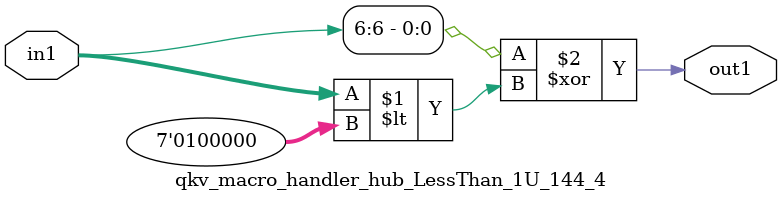
<source format=v>

`timescale 1ps / 1ps


module qkv_macro_handler_hub_LessThan_1U_144_4( in1, out1 );

    input [6:0] in1;
    output out1;

    
    // rtl_process:qkv_macro_handler_hub_LessThan_1U_144_4/qkv_macro_handler_hub_LessThan_1U_144_4_thread_1
    assign out1 = (in1[6] ^ in1 < 7'd032);

endmodule


</source>
